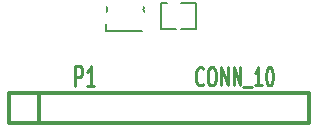
<source format=gto>
G04 (created by PCBNEW (2013-jul-07)-stable) date Sun 22 Mar 2015 20:47:42 GMT*
%MOIN*%
G04 Gerber Fmt 3.4, Leading zero omitted, Abs format*
%FSLAX34Y34*%
G01*
G70*
G90*
G04 APERTURE LIST*
%ADD10C,0.00590551*%
%ADD11C,0.012*%
%ADD12C,0.0107*%
%ADD13C,0.01*%
G04 APERTURE END LIST*
G54D10*
X22716Y-16377D02*
X23228Y-16377D01*
X23228Y-16377D02*
X23228Y-15511D01*
X23228Y-15511D02*
X22716Y-15511D01*
X22244Y-15511D02*
X22047Y-15511D01*
X22047Y-15511D02*
X22047Y-16338D01*
X22047Y-16338D02*
X22047Y-16377D01*
X22047Y-16377D02*
X22559Y-16377D01*
G54D11*
X17000Y-19500D02*
X17000Y-18500D01*
X17000Y-18500D02*
X27000Y-18500D01*
X27000Y-18500D02*
X27000Y-19500D01*
X27000Y-19500D02*
X17000Y-19500D01*
X18000Y-19500D02*
X18000Y-18500D01*
G54D10*
X21496Y-15629D02*
G75*
G03X21496Y-15787I78J-78D01*
G74*
G01*
X20236Y-15787D02*
G75*
G03X20236Y-15629I-78J78D01*
G74*
G01*
X20433Y-16417D02*
X21417Y-16417D01*
X20236Y-16181D02*
X20236Y-16417D01*
X20236Y-16417D02*
X20433Y-16417D01*
G54D12*
X19184Y-18275D02*
X19184Y-17594D01*
X19347Y-17594D01*
X19387Y-17627D01*
X19408Y-17659D01*
X19428Y-17724D01*
X19428Y-17821D01*
X19408Y-17886D01*
X19387Y-17918D01*
X19347Y-17951D01*
X19184Y-17951D01*
X19836Y-18275D02*
X19591Y-18275D01*
X19714Y-18275D02*
X19714Y-17594D01*
X19673Y-17691D01*
X19632Y-17756D01*
X19591Y-17789D01*
G54D11*
G54D13*
X23461Y-18185D02*
X23442Y-18214D01*
X23385Y-18242D01*
X23347Y-18242D01*
X23290Y-18214D01*
X23252Y-18157D01*
X23233Y-18100D01*
X23214Y-17985D01*
X23214Y-17900D01*
X23233Y-17785D01*
X23252Y-17728D01*
X23290Y-17671D01*
X23347Y-17642D01*
X23385Y-17642D01*
X23442Y-17671D01*
X23461Y-17700D01*
X23709Y-17642D02*
X23785Y-17642D01*
X23823Y-17671D01*
X23861Y-17728D01*
X23880Y-17842D01*
X23880Y-18042D01*
X23861Y-18157D01*
X23823Y-18214D01*
X23785Y-18242D01*
X23709Y-18242D01*
X23671Y-18214D01*
X23633Y-18157D01*
X23614Y-18042D01*
X23614Y-17842D01*
X23633Y-17728D01*
X23671Y-17671D01*
X23709Y-17642D01*
X24052Y-18242D02*
X24052Y-17642D01*
X24280Y-18242D01*
X24280Y-17642D01*
X24471Y-18242D02*
X24471Y-17642D01*
X24700Y-18242D01*
X24700Y-17642D01*
X24795Y-18300D02*
X25100Y-18300D01*
X25404Y-18242D02*
X25176Y-18242D01*
X25290Y-18242D02*
X25290Y-17642D01*
X25252Y-17728D01*
X25214Y-17785D01*
X25176Y-17814D01*
X25652Y-17642D02*
X25690Y-17642D01*
X25728Y-17671D01*
X25747Y-17700D01*
X25766Y-17757D01*
X25785Y-17871D01*
X25785Y-18014D01*
X25766Y-18128D01*
X25747Y-18185D01*
X25728Y-18214D01*
X25690Y-18242D01*
X25652Y-18242D01*
X25614Y-18214D01*
X25595Y-18185D01*
X25576Y-18128D01*
X25557Y-18014D01*
X25557Y-17871D01*
X25576Y-17757D01*
X25595Y-17700D01*
X25614Y-17671D01*
X25652Y-17642D01*
G54D11*
M02*

</source>
